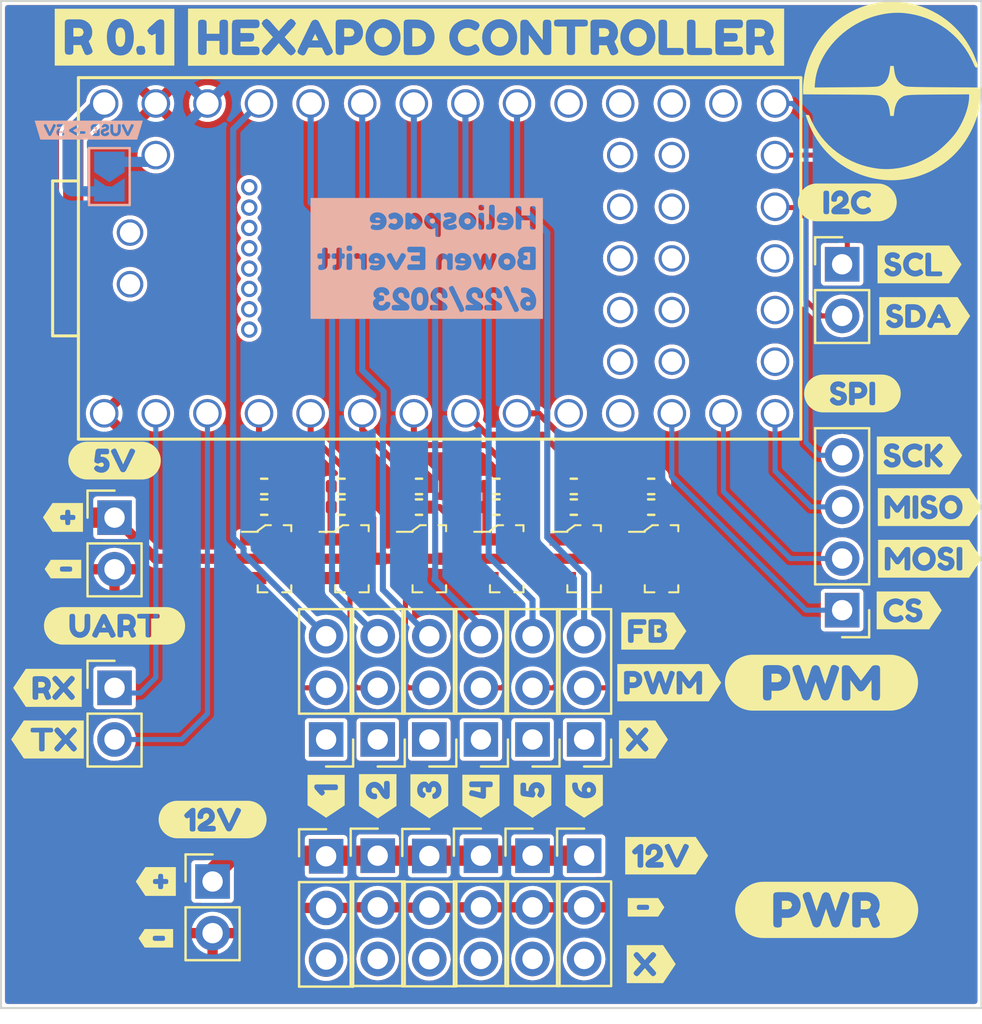
<source format=kicad_pcb>
(kicad_pcb (version 20211014) (generator pcbnew)
  (layers (0 "F.Cu" signal) (31 "B.Cu" signal) (34 "B.Paste" user) (35 "F.Paste" user) (36 "B.SilkS" user "B.Silkscreen") (37 "F.SilkS" user "F.Silkscreen") (38 "B.Mask" user) (39 "F.Mask" user) (44 "Edge.Cuts" user))
  (net 0 "")
  (net 1 "LEG1")
  (net 2 "LEG2")
  (net 3 "LEG3")
  (net 4 "LEG4")
  (net 5 "LEG5")
  (net 6 "LEG6")
  (net 7 "UART_RX")
  (net 8 "UART_TX")
  (net 9 "SPI_CS")
  (net 10 "SPI_MOSI")
  (net 11 "SPI_MISO")
  (net 12 "SPI_SCK")
  (net 13 "+5V")
  (net 14 "GND")
  (net 15 "PWM1")
  (net 16 "+3V3")
  (net 17 "PWM2")
  (net 18 "PWM3")
  (net 19 "PWM4")
  (net 20 "PWM5")
  (net 21 "PWM6")
  (net 45 "+12V")
  (net 51 "FB1")
  (net 52 "FB2")
  (net 53 "FB3")
  (net 54 "FB4")
  (net 55 "FB5")
  (net 56 "FB6")
  (net 59 "Net-(JP1-Pad1)")
  (net 71 "I2C_SCL")
  (net 72 "I2C_SDA")
  (net 73 "Net-(Q1-Pad1)")
  (net 74 "Net-(Q2-Pad1)")
  (net 75 "Net-(Q3-Pad1)")
  (net 76 "Net-(Q4-Pad1)")
  (net 77 "Net-(Q5-Pad1)")
  (net 78 "Net-(Q6-Pad1)")
  (footprint "kibuzzard-6494862C" (layer "F.Cu") (at 49.022 61.976 90)
    (fp_text reference "kibuzzard-6494862C" hide)
    (fp_text value "G***" hide)
  )
  (footprint "Resistor_SMD:R_0402_1005Metric" (layer "F.Cu") (at 35.814 46.736 180)
    (fp_text reference "R1")
    (fp_text value "100")
  )
  (footprint "digikey-footprints:SOT-23-3" (layer "F.Cu") (at 51.562 50.292)
    (fp_text reference "Q5")
    (fp_text value "PCH Mosfet")
  )
  (footprint "kibuzzard-64CAE08E" (layer "F.Cu") (at 54.61 67.437)
    (fp_text reference "kibuzzard-64CAE08E" hide)
    (fp_text value "G***" hide)
  )
  (footprint "Connector_PinHeader_2.54mm:PinHeader_1x03_P2.54mm_Vertical" (layer "F.Cu") (at 49.022 59.182 180)
    (fp_text reference "J14")
    (fp_text value "LEG_PWM5")
  )
  (footprint "Connector_PinHeader_2.54mm:PinHeader_1x02_P2.54mm_Vertical" (layer "F.Cu") (at 28.448 56.642)
    (fp_text reference "J2")
    (fp_text value "UART")
  )
  (footprint "Connector_PinHeader_2.54mm:PinHeader_1x03_P2.54mm_Vertical" (layer "F.Cu") (at 43.942 59.182 180)
    (fp_text reference "J12")
    (fp_text value "LEG_PWM3")
  )
  (footprint "Connector_PinHeader_2.54mm:PinHeader_1x03_P2.54mm_Vertical" (layer "F.Cu") (at 51.562 59.182 180)
    (fp_text reference "J15")
    (fp_text value "LEG_PWM6")
  )
  (footprint "Connector_PinHeader_2.54mm:PinHeader_1x03_P2.54mm_Vertical" (layer "F.Cu") (at 38.862 59.182 180)
    (fp_text reference "J10")
    (fp_text value "LEG_PWM1")
  )
  (footprint "kibuzzard-64948619" (layer "F.Cu") (at 38.862 61.976 90)
    (fp_text reference "kibuzzard-64948619" hide)
    (fp_text value "G***" hide)
  )
  (footprint "kibuzzard-64948628" (layer "F.Cu") (at 46.482 61.976 90)
    (fp_text reference "kibuzzard-64948628" hide)
    (fp_text value "G***" hide)
  )
  (footprint "kibuzzard-64CAC672" (layer "F.Cu") (at 64.516 32.766)
    (fp_text reference "kibuzzard-64CAC672" hide)
    (fp_text value "G***" hide)
  )
  (footprint "kibuzzard-64CAE079" (layer "F.Cu") (at 54.991 53.848)
    (fp_text reference "kibuzzard-64CAE079" hide)
    (fp_text value "G***" hide)
  )
  (footprint "kibuzzard-64D681FC" (layer "F.Cu") (at 67.564 52.832)
    (fp_text reference "kibuzzard-64D681FC" hide)
    (fp_text value "G***" hide)
  )
  (footprint "Connector_PinHeader_2.54mm:PinHeader_1x03_P2.54mm_Vertical" (layer "F.Cu") (at 41.402 59.182 180)
    (fp_text reference "J11")
    (fp_text value "LEG_PWM2")
  )
  (footprint "Connector_PinHeader_2.54mm:PinHeader_1x02_P2.54mm_Vertical" (layer "F.Cu") (at 33.274 66.167)
    (fp_text reference "J17")
    (fp_text value "12V PWR")
  )
  (footprint "Resistor_SMD:R_0402_1005Metric" (layer "F.Cu") (at 51.054 47.752)
    (fp_text reference "R11")
    (fp_text value "10k")
  )
  (footprint "kibuzzard-649486E4" (layer "F.Cu") (at 25.146 59.182)
    (fp_text reference "kibuzzard-649486E4" hide)
    (fp_text value "G***" hide)
  )
  (footprint "kibuzzard-64CAC6D7" (layer "F.Cu") (at 33.274 63.119)
    (fp_text reference "kibuzzard-64CAC6D7" hide)
    (fp_text value "G***" hide)
  )
  (footprint "kibuzzard-649486DA" (layer "F.Cu") (at 30.48 66.167)
    (fp_text reference "kibuzzard-649486DA" hide)
    (fp_text value "G***" hide)
  )
  (footprint "Resistor_SMD:R_0402_1005Metric" (layer "F.Cu") (at 39.624 47.752)
    (fp_text reference "R6")
    (fp_text value "10k")
  )
  (footprint "Connector_PinHeader_2.54mm:PinHeader_1x03_P2.54mm_Vertical" (layer "F.Cu") (at 49.022 64.897)
    (fp_text reference "J1")
    (fp_text value "LEG_POWER1")
  )
  (footprint "Connector_PinHeader_2.54mm:PinHeader_1x02_P2.54mm_Vertical" (layer "F.Cu") (at 64.262 35.809)
    (fp_text reference "J16")
    (fp_text value "I2C")
  )
  (footprint "kibuzzard-64D674E6" (layer "F.Cu") (at 63.246 56.388)
    (fp_text reference "kibuzzard-64D674E6" hide)
    (fp_text value "G***" hide)
  )
  (footprint "kibuzzard-649486EE" (layer "F.Cu") (at 25.146 56.642)
    (fp_text reference "kibuzzard-649486EE" hide)
    (fp_text value "G***" hide)
  )
  (footprint "kibuzzard-64CAC6FD" (layer "F.Cu") (at 30.48 68.961)
    (fp_text reference "kibuzzard-64CAC6FD" hide)
    (fp_text value "G***" hide)
  )
  (footprint "kibuzzard-6494B447" (layer "F.Cu") (at 64.77 42.164)
    (fp_text reference "kibuzzard-6494B447" hide)
    (fp_text value "G***" hide)
  )
  (footprint "kibuzzard-64D681E8" (layer "F.Cu") (at 68.072 45.212)
    (fp_text reference "kibuzzard-64D681E8" hide)
    (fp_text value "G***" hide)
  )
  (footprint "kibuzzard-64D674ED" (layer "F.Cu") (at 63.5 67.564)
    (fp_text reference "kibuzzard-64D674ED" hide)
    (fp_text value "G***" hide)
  )
  (footprint "kibuzzard-64D681EE" (layer "F.Cu") (at 68.58 47.752)
    (fp_text reference "kibuzzard-64D681EE" hide)
    (fp_text value "G***" hide)
  )
  (footprint "digikey-footprints:SOT-23-3" (layer "F.Cu") (at 47.752 50.292)
    (fp_text reference "Q4")
    (fp_text value "PCH Mosfet")
  )
  (footprint "Resistor_SMD:R_0402_1005Metric" (layer "F.Cu") (at 54.864 47.752)
    (fp_text reference "R12")
    (fp_text value "10k")
  )
  (footprint "kibuzzard-6494871C" (layer "F.Cu") (at 28.448 24.638)
    (fp_text reference "kibuzzard-6494871C" hide)
    (fp_text value "G***" hide)
  )
  (footprint "Connector_PinHeader_2.54mm:PinHeader_1x02_P2.54mm_Vertical" (layer "F.Cu") (at 28.448 48.27)
    (fp_text reference "J4")
    (fp_text value "5V PWR")
  )
  (footprint "kibuzzard-64CAE092" (layer "F.Cu") (at 54.483 59.182)
    (fp_text reference "kibuzzard-64CAE092" hide)
    (fp_text value "G***" hide)
  )
  (footprint "teensy:Teensy40_SMT" (layer "F.Cu") (at 44.45 35.52)
    (fp_text reference "U1")
    (fp_text value "Teensy4.0")
  )
  (footprint "Connector_PinHeader_2.54mm:PinHeader_1x03_P2.54mm_Vertical" (layer "F.Cu") (at 46.482 64.897)
    (fp_text reference "J7")
    (fp_text value "LEG_POWER4")
  )
  (footprint "kibuzzard-64C9A29D" (layer "F.Cu") (at 28.448 45.466)
    (fp_text reference "kibuzzard-64C9A29D" hide)
    (fp_text value "G***" hide)
  )
  (footprint "Resistor_SMD:R_0402_1005Metric" (layer "F.Cu") (at 43.434 47.752)
    (fp_text reference "R7")
    (fp_text value "10k")
  )
  (footprint "Resistor_SMD:R_0402_1005Metric" (layer "F.Cu") (at 43.434 46.736 180)
    (fp_text reference "R3")
    (fp_text value "100")
  )
  (footprint "kibuzzard-64D6818E" (layer "F.Cu") (at 68.072 35.814)
    (fp_text reference "kibuzzard-64D6818E" hide)
    (fp_text value "G***" hide)
  )
  (footprint "Connector_PinHeader_2.54mm:PinHeader_1x03_P2.54mm_Vertical" (layer "F.Cu") (at 41.402 64.897)
    (fp_text reference "J6")
    (fp_text value "LEG_POWER3")
  )
  (footprint "Resistor_SMD:R_0402_1005Metric" (layer "F.Cu") (at 47.244 47.752)
    (fp_text reference "R8")
    (fp_text value "10k")
  )
  (footprint "kibuzzard-64D68196" (layer "F.Cu") (at 68.326 38.354)
    (fp_text reference "kibuzzard-64D68196" hide)
    (fp_text value "G***" hide)
  )
  (footprint "digikey-footprints:SOT-23-3" (layer "F.Cu") (at 55.372 50.292)
    (fp_text reference "Q6")
    (fp_text value "PCH Mosfet")
  )
  (footprint "kibuzzard-64948622" (layer "F.Cu") (at 43.942 61.976 90)
    (fp_text reference "kibuzzard-64948622" hide)
    (fp_text value "G***" hide)
  )
  (footprint "Connector_PinHeader_2.54mm:PinHeader_1x03_P2.54mm_Vertical" (layer "F.Cu") (at 43.942 64.912)
    (fp_text reference "J9")
    (fp_text value "LEG_POWER6")
  )
  (footprint "Resistor_SMD:R_0402_1005Metric" (layer "F.Cu") (at 54.864 46.736 180)
    (fp_text reference "R10")
    (fp_text value "100")
  )
  (footprint "Connector_PinHeader_2.54mm:PinHeader_1x04_P2.54mm_Vertical" (layer "F.Cu") (at 64.262 52.822 180)
    (fp_text reference "J3")
    (fp_text value "SPI")
  )
  (footprint "Connector_PinHeader_2.54mm:PinHeader_1x03_P2.54mm_Vertical" (layer "F.Cu") (at 46.482 59.182 180)
    (fp_text reference "J13")
    (fp_text value "LEG_PWM4")
  )
  (footprint "Connector_PinHeader_2.54mm:PinHeader_1x03_P2.54mm_Vertical" (layer "F.Cu") (at 38.862 64.927)
    (fp_text reference "J8")
    (fp_text value "LEG_POWER5")
  )
  (footprint "kibuzzard-64CAE42C" (layer "F.Cu") (at 55.753 56.388)
    (fp_text reference "kibuzzard-64CAE42C" hide)
    (fp_text value "G***" hide)
  )
  (footprint "Resistor_SMD:R_0402_1005Metric" (layer "F.Cu") (at 47.244 46.736 180)
    (fp_text reference "R4")
    (fp_text value "100")
  )
  (footprint "kibuzzard-64948713" (layer "F.Cu") (at 46.736 24.638)
    (fp_text reference "kibuzzard-64948713" hide)
    (fp_text value "G***" hide)
  )
  (footprint "Resistor_SMD:R_0402_1005Metric" (layer "F.Cu") (at 39.624 46.736 180)
    (fp_text reference "R2")
    (fp_text value "100")
  )
  (footprint "Connector_PinHeader_2.54mm:PinHeader_1x03_P2.54mm_Vertical" (layer "F.Cu") (at 51.562 64.897)
    (fp_text reference "J5")
    (fp_text value "LEG_POWER2")
  )
  (footprint "kibuzzard-6494861E" (layer "F.Cu") (at 41.402 61.976 90)
    (fp_text reference "kibuzzard-6494861E" hide)
    (fp_text value "G***" hide)
  )
  (footprint "digikey-footprints:SOT-23-3" (layer "F.Cu") (at 40.132 50.292)
    (fp_text reference "Q2")
    (fp_text value "PCH Mosfet")
  )
  (footprint "kibuzzard-64CAE092" (layer "F.Cu") (at 54.864 70.231)
    (fp_text reference "kibuzzard-64CAE092" hide)
    (fp_text value "G***" hide)
  )
  (footprint "Resistor_SMD:R_0402_1005Metric" (layer "F.Cu") (at 35.814 47.752)
    (fp_text reference "R5")
    (fp_text value "10k")
  )
  (footprint "kibuzzard-64D681F4" (layer "F.Cu") (at 68.58 50.292)
    (fp_text reference "kibuzzard-64D681F4" hide)
    (fp_text value "G***" hide)
  )
  (footprint "digikey-footprints:SOT-23-3" (layer "F.Cu") (at 43.942 50.292)
    (fp_text reference "Q3")
    (fp_text value "PCH Mosfet")
  )
  (footprint "kibuzzard-64948630" (layer "F.Cu") (at 51.562 61.976 90)
    (fp_text reference "kibuzzard-64948630" hide)
    (fp_text value "G***" hide)
  )
  (footprint "digikey-footprints:SOT-23-3" (layer "F.Cu") (at 36.322 50.292)
    (fp_text reference "Q1")
    (fp_text value "PCH Mosfet")
  )
  (footprint "kibuzzard-649486DA" (layer "F.Cu") (at 25.908 48.26)
    (fp_text reference "kibuzzard-649486DA" hide)
    (fp_text value "G***" hide)
  )
  (footprint "kibuzzard-649486BE" (layer "F.Cu") (at 28.448 53.594)
    (fp_text reference "kibuzzard-649486BE" hide)
    (fp_text value "G***" hide)
  )
  (footprint "kibuzzard-64CAE424" (layer "F.Cu") (at 55.626 64.897)
    (fp_text reference "kibuzzard-64CAE424" hide)
    (fp_text value "G***" hide)
  )
  (footprint "Resistor_SMD:R_0402_1005Metric" (layer "F.Cu") (at 51.054 46.736 180)
    (fp_text reference "R9")
    (fp_text value "100")
  )
  (footprint "kibuzzard-649486D4" (layer "F.Cu") (at 25.908 50.8)
    (fp_text reference "kibuzzard-649486D4" hide)
    (fp_text value "G***" hide)
  )
  (footprint "kibuzzard-6494A4C2" (layer "B.Cu") (at 43.815 35.52 180)
    (fp_text reference "kibuzzard-6494A4C2" hide)
    (fp_text value "G***" hide)
  )
  (footprint "Jumper:SolderJumper-2_P1.3mm_Open_TrianglePad1.0x1.5mm" (layer "B.Cu") (at 28.194 31.496 -90)
    (fp_text reference "JP1")
    (fp_text value "VUSB->5V")
  )
  (footprint "kibuzzard-6494B50A" (layer "B.Cu") (at 27.178 29.21 180)
    (fp_text reference "kibuzzard-6494B50A" hide)
    (fp_text value "G***" hide)
  )
  (gr_poly (pts (xy 66.78812 22.883861) (xy 66.870471 22.888326) (xy 66.96721 22.895767) (xy 67.085776 22.906185) (xy 67.372673 22.940167) (xy 67.653555 22.99126) (xy 67.927864 23.059089) (xy 68.195042 23.143276) (xy 68.45453 23.243448) (xy 68.70577 23.359227) (xy 68.948205 23.490238) (xy 69.181276 23.636104) (xy 69.404425 23.79645) (xy 69.617094 23.9709) (xy 69.818725 24.159078) (xy 70.00876 24.360608) (xy 70.186641 24.575113) (xy 70.351809 24.802219) (xy 70.503707 25.041549) (xy 70.641776 25.292727) (xy 70.687298 25.386354) (xy 70.733595 25.488105) (xy 70.779209 25.594196) (xy 70.822685 25.700846) (xy 70.862564 25.804271) (xy 70.897388 25.900689) (xy 70.925702 25.986317) (xy 70.946047 26.057372) (xy 70.948765 26.069541) (xy 70.950925 26.080306) (xy 70.952465 26.089754) (xy 70.953323 26.097969) (xy 70.953477 26.101642) (xy 70.953437 26.105037) (xy 70.953195 26.108168) (xy 70.952744 26.111044) (xy 70.952076 26.113675) (xy 70.951184 26.116073) (xy 70.950058 26.118248) (xy 70.948693 26.120211) (xy 70.947079 26.121972) (xy 70.94521 26.123543) (xy 70.943077 26.124933) (xy 70.940673 26.126154) (xy 70.937989 26.127216) (xy 70.935019 26.128129) (xy 70.931755 26.128905) (xy 70.928188 26.129554) (xy 70.920116 26.130514) (xy 70.910742 26.131094) (xy 70.900003 26.13138) (xy 70.887839 26.131456) (xy 70.875561 26.131202) (xy 70.864403 26.130293) (xy 70.854184 26.128508) (xy 70.84472 26.125627) (xy 70.835829 26.121427) (xy 70.827331 26.115689) (xy 70.819041 26.108192) (xy 70.810779 26.098714) (xy 70.802361 26.087034) (xy 70.793607 26.072932) (xy 70.784333 26.056187) (xy 70.774357 26.036578) (xy 70.763498 26.013883) (xy 70.751573 25.987883) (xy 70.723797 25.925081) (xy 70.603533 25.671092) (xy 70.468371 25.428336) (xy 70.318915 25.197253) (xy 70.15577 24.978286) (xy 69.97954 24.771876) (xy 69.790831 24.578465) (xy 69.590246 24.398496) (xy 69.378391 24.232409) (xy 69.15587 24.080647) (xy 68.923287 23.943651) (xy 68.681247 23.821864) (xy 68.430356 23.715727) (xy 68.171216 23.625682) (xy 67.904434 23.552171) (xy 67.630614 23.495636) (xy 67.350359 23.456518) (xy 67.217945 23.445285) (xy 67.083802 23.439331) (xy 66.948186 23.438601) (xy 66.811354 23.443041) (xy 66.67356 23.452597) (xy 66.53506 23.467215) (xy 66.396112 23.486841) (xy 66.256969 23.511419) (xy 66.117888 23.540897) (xy 65.979125 23.575219) (xy 65.840936 23.614332) (xy 65.703576 23.65818) (xy 65.567302 23.706711) (xy 65.432368 23.759869) (xy 65.299031 23.817601) (xy 65.167547 23.879852) (xy 64.937159 24.002643) (xy 64.71574 24.13826) (xy 64.503948 24.285821) (xy 64.302442 24.444448) (xy 64.111882 24.61326) (xy 63.932925 24.791377) (xy 63.766231 24.977921) (xy 63.612459 25.17201) (xy 63.472267 25.372766) (xy 63.346315 25.579309) (xy 63.235261 25.790758) (xy 63.139764 26.006233) (xy 63.060483 26.224856) (xy 62.998078 26.445747) (xy 62.953206 26.668024) (xy 62.926526 26.89081) (xy 62.910651 27.11306) (xy 64.402901 27.102476) (xy 65.098301 27.095862) (xy 65.365215 27.091872) (xy 65.582612 27.087263) (xy 65.753749 27.081909) (xy 65.881881 27.075687) (xy 65.970263 27.068473) (xy 66.000565 27.064455) (xy 66.022151 27.060143) (xy 66.082987 27.041786) (xy 66.140485 27.019448) (xy 66.194658 26.993118) (xy 66.245518 26.962785) (xy 66.293075 26.928436) (xy 66.337341 26.89006) (xy 66.378329 26.847646) (xy 66.41605 26.801182) (xy 66.450515 26.750656) (xy 66.481736 26.696057) (xy 66.509724 26.637372) (xy 66.534492 26.574591) (xy 66.556051 26.507702) (xy 66.574412 26.436693) (xy 66.589587 26.361552) (xy 66.601588 26.282268) (xy 66.630693 26.052081) (xy 66.800026 26.052081) (xy 66.82913 26.282268) (xy 66.841132 26.361552) (xy 66.856307 26.436693) (xy 66.874668 26.507702) (xy 66.885047 26.541661) (xy 66.896227 26.574591) (xy 66.908209 26.606495) (xy 66.920995 26.637372) (xy 66.934586 26.667226) (xy 66.948984 26.696057) (xy 66.964189 26.723866) (xy 66.980205 26.750656) (xy 66.997031 26.776428) (xy 67.014669 26.801182) (xy 67.033122 26.824921) (xy 67.05239 26.847646) (xy 67.072475 26.869359) (xy 67.093378 26.89006) (xy 67.115101 26.909752) (xy 67.137644 26.928436) (xy 67.161011 26.946113) (xy 67.185202 26.962785) (xy 67.210218 26.978453) (xy 67.236061 26.993118) (xy 67.262732 27.006783) (xy 67.290234 27.019448) (xy 67.318567 27.031115) (xy 67.347732 27.041786) (xy 67.377732 27.051461) (xy 67.408567 27.060143) (xy 67.463846 27.068473) (xy 67.561571 27.075687) (xy 67.904331 27.087263) (xy 68.476782 27.095862) (xy 69.318859 27.102476) (xy 71.102152 27.11306) (xy 71.08363 27.472893) (xy 71.076518 27.590456) (xy 71.067037 27.70522) (xy 71.055114 27.817488) (xy 71.040677 27.927563) (xy 71.02365 28.035746) (xy 71.003961 28.14234) (xy 70.981535 28.247648) (xy 70.956299 28.351971) (xy 70.92818 28.455612) (xy 70.897104 28.558873) (xy 70.862997 28.662057) (xy 70.825785 28.765465) (xy 70.785396 28.869401) (xy 70.741754 28.974166) (xy 70.694787 29.080062) (xy 70.644422 29.187393) (xy 70.578377 29.318672) (xy 70.509221 29.446607) (xy 70.43694 29.571201) (xy 70.361524 29.692458) (xy 70.282961 29.810381) (xy 70.201239 29.924976) (xy 70.116347 30.036245) (xy 70.028273 30.144192) (xy 69.937005 30.248822) (xy 69.842533 30.350138) (xy 69.744843 30.448145) (xy 69.643925 30.542845) (xy 69.539766 30.634243) (xy 69.432356 30.722343) (xy 69.321683 30.807148) (xy 69.207734 30.888663) (xy 68.980242 31.036214) (xy 68.748114 31.167942) (xy 68.51194 31.28404) (xy 68.272308 31.3847) (xy 68.029809 31.470116) (xy 67.785031 31.540478) (xy 67.538562 31.59598) (xy 67.290994 31.636814) (xy 67.042913 31.663172) (xy 66.79491 31.675246) (xy 66.547574 31.67323) (xy 66.301493 31.657314) (xy 66.057258 31.627692) (xy 65.815456 31.584556) (xy 65.576677 31.528097) (xy 65.341511 31.45851) (xy 65.110545 31.375985) (xy 64.884371 31.280715) (xy 64.663575 31.172893) (xy 64.448749 31.05271) (xy 64.24048 30.92036) (xy 64.039358 30.776034) (xy 63.845972 30.619925) (xy 63.660911 30.452225) (xy 63.484764 30.273127) (xy 63.31812 30.082822) (xy 63.161569 29.881503) (xy 63.015699 29.669363) (xy 62.8811 29.446594) (xy 62.758361 29.213388) (xy 62.648071 28.969937) (xy 62.550818 28.716435) (xy 62.519027 28.624409) (xy 62.492941 28.547763) (xy 62.482889 28.517532) (xy 62.475288 28.493936) (xy 62.470477 28.477906) (xy 62.469224 28.473019) (xy 62.468797 28.470372) (xy 62.468905 28.469876) (xy 62.469224 28.469381) (xy 62.470477 28.468398) (xy 62.472512 28.46743) (xy 62.475288 28.466486) (xy 62.478761 28.465573) (xy 62.482889 28.464698) (xy 62.492941 28.463096) (xy 62.5051 28.461742) (xy 62.519027 28.460698) (xy 62.53438 28.460027) (xy 62.550818 28.459789) (xy 62.562678 28.459987) (xy 62.573514 28.460631) (xy 62.583421 28.461795) (xy 62.59249 28.463551) (xy 62.59674 28.464674) (xy 62.600815 28.465974) (xy 62.604728 28.467458) (xy 62.608489 28.469137) (xy 62.612111 28.471019) (xy 62.615605 28.473114) (xy 62.618983 28.475431) (xy 62.622256 28.477979) (xy 62.625436 28.480767) (xy 62.628534 28.483805) (xy 62.631563 28.487101) (xy 62.634534 28.490666) (xy 62.637458 28.494507) (xy 62.640348 28.498635) (xy 62.646068 28.507786) (xy 62.651789 28.518193) (xy 62.657602 28.529929) (xy 62.663602 28.543069) (xy 62.669881 28.557684) (xy 62.786633 28.817681) (xy 62.919168 29.066527) (xy 63.066833 29.303738) (xy 63.228978 29.52883) (xy 63.404952 29.741317) (xy 63.594103 29.940717) (xy 63.795781 30.126543) (xy 64.009334 30.298312) (xy 64.234111 30.45554) (xy 64.469461 30.597741) (xy 64.714732 30.724432) (xy 64.969275 30.835127) (xy 65.232437 30.929343) (xy 65.503568 31.006595) (xy 65.782016 31.066398) (xy 66.06713 31.108268) (xy 66.23984 31.122958) (xy 66.415316 31.128427) (xy 66.59304 31.124819) (xy 66.772493 31.112278) (xy 66.953155 31.090947) (xy 67.134507 31.060968) (xy 67.31603 31.022487) (xy 67.497203 30.975645) (xy 67.677509 30.920587) (xy 67.856427 30.857456) (xy 68.033438 30.786395) (xy 68.208023 30.707548) (xy 68.379662 30.621058) (xy 68.547837 30.527068) (xy 68.712027 30.425722) (xy 68.871713 30.317164) (xy 68.931544 30.273643) (xy 68.994533 30.224859) (xy 69.060057 30.17144) (xy 69.127491 30.114013) (xy 69.196212 30.053207) (xy 69.265596 29.989649) (xy 69.403857 29.856789) (xy 69.53728 29.720456) (xy 69.600618 29.652557) (xy 69.660875 29.585673) (xy 69.717426 29.520433) (xy 69.769649 29.457464) (xy 69.816918 29.397394) (xy 69.85861 29.340851) (xy 69.927806 29.238857) (xy 69.994343 29.13274) (xy 70.057981 29.02315) (xy 70.11848 28.910738) (xy 70.175599 28.796156) (xy 70.229098 28.680054) (xy 70.278738 28.563085) (xy 70.324276 28.445898) (xy 70.365474 28.329145) (xy 70.402091 28.213478) (xy 70.433886 28.099547) (xy 70.460619 27.988004) (xy 70.482051 27.879499) (xy 70.49794 27.774683) (xy 70.508047 27.674209) (xy 70.51213 27.578726) (xy 70.51213 27.451726) (xy 69.011943 27.459664) (xy 68.465888 27.463483) (xy 68.244245 27.465669) (xy 68.053159 27.468387) (xy 67.889854 27.471895) (xy 67.817752 27.474027) (xy 67.751555 27.476454) (xy 67.690915 27.479208) (xy 67.635487 27.482322) (xy 67.584922 27.485829) (xy 67.538875 27.48976) (xy 67.496998 27.494149) (xy 67.458945 27.499028) (xy 67.424368 27.504429) (xy 67.39292 27.510384) (xy 67.364256 27.516927) (xy 67.338027 27.524089) (xy 67.313887 27.531904) (xy 67.29149 27.540403) (xy 67.270487 27.549619) (xy 67.250534 27.559585) (xy 67.231281 27.570332) (xy 67.212383 27.581894) (xy 67.193493 27.594303) (xy 67.174264 27.607591) (xy 67.133401 27.636935) (xy 67.105132 27.659212) (xy 67.077901 27.684312) (xy 67.051755 27.712139) (xy 67.026741 27.742603) (xy 67.002905 27.775608) (xy 66.980294 27.811064) (xy 66.958954 27.848875) (xy 66.938932 27.88895) (xy 66.920275 27.931196) (xy 66.903028 27.975519) (xy 66.887238 28.021826) (xy 66.872952 28.070025) (xy 66.860216 28.120022) (xy 66.849078 28.171724) (xy 66.839582 28.225038) (xy 66.831776 28.279872) (xy 66.800026 28.512706) (xy 66.630693 28.512706) (xy 66.598943 28.282518) (xy 66.591137 28.227219) (xy 66.581642 28.173496) (xy 66.570503 28.121441) (xy 66.557767 28.071141) (xy 66.543481 28.022686) (xy 66.527691 27.976165) (xy 66.510444 27.931667) (xy 66.491787 27.889281) (xy 66.471765 27.849097) (xy 66.450425 27.811203) (xy 66.427814 27.775689) (xy 66.403978 27.742644) (xy 66.378964 27.712157) (xy 66.352818 27.684317) (xy 66.325587 27.659213) (xy 66.31158 27.647715) (xy 66.297318 27.636935) (xy 66.217555 27.581134) (xy 66.17904 27.558602) (xy 66.136956 27.539287) (xy 66.087941 27.522917) (xy 66.028637 27.509222) (xy 65.955682 27.497929) (xy 65.865716 27.488768) (xy 65.621313 27.475756) (xy 65.268544 27.468015) (xy 64.130381 27.459664) (xy 62.336506 27.451726) (xy 62.336506 27.271809) (xy 62.339628 27.11157) (xy 62.348955 26.951447) (xy 62.364428 26.791618) (xy 62.385991 26.632262) (xy 62.413584 26.473557) (xy 62.44715 26.315682) (xy 62.48663 26.158814) (xy 62.531967 26.003133) (xy 62.583101 25.848815) (xy 62.639975 25.69604) (xy 62.702532 25.544986) (xy 62.770712 25.395831) (xy 62.844457 25.248754) (xy 62.92371 25.103932) (xy 63.008412 24.961544) (xy 63.098506 24.821768) (xy 63.240827 24.621865) (xy 63.393594 24.431151) (xy 63.556274 24.249948) (xy 63.728338 24.078578) (xy 63.909254 23.917363) (xy 64.098491 23.766623) (xy 64.295518 23.626682) (xy 64.499805 23.497859) (xy 64.71082 23.380478) (xy 64.928032 23.27486) (xy 65.150911 23.181327) (xy 65.378924 23.100199) (xy 65.611543 23.0318) (xy 65.848234 22.97645) (xy 66.088468 22.934471) (xy 66.331714 22.906185) (xy 66.453753 22.895767) (xy 66.552971 22.888326) (xy 66.636811 22.883861) (xy 66.712713 22.882373)) (layer "F.SilkS") (width 0) (fill solid))
  (gr_line (start 22.86 72.39) (end 71.12 72.39) (layer "Edge.Cuts") (width 0.1))
  (gr_line (start 22.86 22.86) (end 22.86 72.39) (layer "Edge.Cuts") (width 0.1))
  (gr_line (start 71.12 72.39) (end 71.12 22.86) (layer "Edge.Cuts") (width 0.1))
  (gr_line (start 71.12 22.86) (end 22.86 22.86) (layer "Edge.Cuts") (width 0.1))
  (segment (start 37.338 56.642) (end 38.862 56.642) (width 0.25) (layer "F.Cu") (net 1))
  (segment (start 35.272 54.576) (end 37.338 56.642) (width 0.25) (layer "F.Cu") (net 1))
  (segment (start 35.272 51.242) (end 35.272 54.576) (width 0.25) (layer "F.Cu") (net 1))
  (segment (start 40.037 56.293) (end 40.386 56.642) (width 0.25) (layer "F.Cu") (net 2))
  (segment (start 39.082 51.242) (end 39.812 51.242) (width 0.25) (layer "F.Cu") (net 2))
  (segment (start 39.812 51.242) (end 40.037 51.467) (width 0.25) (layer "F.Cu") (net 2))
  (segment (start 40.386 56.642) (end 41.402 56.642) (width 0.25) (layer "F.Cu") (net 2))
  (segment (start 40.037 51.467) (end 40.037 56.293) (width 0.25) (layer "F.Cu") (net 2))
  (segment (start 42.892 51.242) (end 42.767 51.367) (width 0.25) (layer "F.Cu") (net 3))
  (segment (start 42.767 56.483) (end 42.926 56.642) (width 0.25) (layer "F.Cu") (net 3))
  (segment (start 42.767 51.367) (end 42.767 56.483) (width 0.25) (layer "F.Cu") (net 3))
  (segment (start 42.926 56.642) (end 43.942 56.642) (width 0.25) (layer "F.Cu") (net 3))
  (segment (start 47.498 56.642) (end 46.482 56.642) (width 0.25) (layer "F.Cu") (net 4))
  (segment (start 47.657 52.197) (end 47.657 56.483) (width 0.25) (layer "F.Cu") (net 4))
  (segment (start 46.702 51.242) (end 47.657 52.197) (width 0.25) (layer "F.Cu") (net 4))
  (segment (start 47.657 56.483) (end 47.498 56.642) (width 0.25) (layer "F.Cu") (net 4))
  (segment (start 50.038 56.642) (end 49.022 56.642) (width 0.25) (layer "F.Cu") (net 5))
  (segment (start 50.512 51.242) (end 50.387 51.367) (width 0.25) (layer "F.Cu") (net 5))
  (segment (start 50.387 51.367) (end 50.387 56.293) (width 0.25) (layer "F.Cu") (net 5))
  (segment (start 50.387 56.293) (end 50.038 56.642) (width 0.25) (layer "F.Cu") (net 5))
  (segment (start 54.322 51.242) (end 54.322 55.914) (width 0.25) (layer "F.Cu") (net 6))
  (segment (start 53.594 56.642) (end 51.562 56.642) (width 0.25) (layer "F.Cu") (net 6))
  (segment (start 54.322 55.914) (end 53.594 56.642) (width 0.25) (layer "F.Cu") (net 6))
  (segment (start 30.48 56.134) (end 29.718 56.896) (width 0.25) (layer "B.Cu") (net 7))
  (segment (start 28.702 56.896) (end 28.448 56.642) (width 0.25) (layer "B.Cu") (net 7))
  (segment (start 30.48 43.14) (end 30.48 56.134) (width 0.25) (layer "B.Cu") (net 7))
  (segment (start 29.718 56.896) (end 28.702 56.896) (width 0.25) (layer "B.Cu") (net 7))
  (segment (start 33.02 43.14) (end 33.02 57.912) (width 0.25) (layer "B.Cu") (net 8))
  (segment (start 31.75 59.182) (end 28.448 59.182) (width 0.25) (layer "B.Cu") (net 8))
  (segment (start 33.02 57.912) (end 31.75 59.182) (width 0.25) (layer "B.Cu") (net 8))
  (segment (start 55.88 46.228) (end 62.474 52.822) (width 0.25) (layer "B.Cu") (net 9))
  (segment (start 55.88 43.14) (end 55.88 46.228) (width 0.25) (layer "B.Cu") (net 9))
  (segment (start 62.474 52.822) (end 64.262 52.822) (width 0.25) (layer "B.Cu") (net 9))
  (segment (start 58.42 43.14) (end 58.42 46.99) (width 0.25) (layer "B.Cu") (net 10))
  (segment (start 61.712 50.282) (end 64.262 50.282) (width 0.25) (layer "B.Cu") (net 10))
  (segment (start 58.42 46.99) (end 61.712 50.282) (width 0.25) (layer "B.Cu") (net 10))
  (segment (start 60.96 43.14) (end 60.96 45.974) (width 0.25) (layer "B.Cu") (net 11))
  (segment (start 60.96 45.974) (end 62.728 47.742) (width 0.25) (layer "B.Cu") (net 11))
  (segment (start 62.728 47.742) (end 64.262 47.742) (width 0.25) (layer "B.Cu") (net 11))
  (segment (start 62.484 44.577) (end 63.109 45.202) (width 0.25) (layer "B.Cu") (net 12))
  (segment (start 60.96 27.9) (end 61.809 27.9) (width 0.25) (layer "B.Cu") (net 12))
  (segment (start 62.484 28.575) (end 62.484 44.577) (width 0.25) (layer "B.Cu") (net 12))
  (segment (start 63.109 45.202) (end 64.262 45.202) (width 0.25) (layer "B.Cu") (net 12))
  (segment (start 61.809 27.9) (end 62.484 28.575) (width 0.25) (layer "B.Cu") (net 12))
  (segment (start 26.416 47.498) (end 26.416 29.424) (width 1) (layer "F.Cu") (net 13))
  (segment (start 44.992 48.294) (end 44.992 50.292) (width 0.3) (layer "F.Cu") (net 13))
  (segment (start 43.944 47.752) (end 44.45 47.752) (width 0.3) (layer "F.Cu") (net 13))
  (segment (start 52.612 48.294) (end 52.612 50.292) (width 0.3) (layer "F.Cu") (net 13))
  (segment (start 55.374 47.752) (end 55.88 47.752) (width 0.3) (layer "F.Cu") (net 13))
  (segment (start 48.802 48.294) (end 48.802 50.292) (width 0.3) (layer "F.Cu") (net 13))
  (segment (start 30.47 50.292) (end 56.422 50.292) (width 0.5) (layer "F.Cu") (net 13))
  (segment (start 48.26 47.752) (end 48.802 48.294) (width 0.3) (layer "F.Cu") (net 13))
  (segment (start 52.07 47.752) (end 52.612 48.294) (width 0.3) (layer "F.Cu") (net 13))
  (segment (start 26.416 29.424) (end 27.94 27.9) (width 1) (layer "F.Cu") (net 13))
  (segment (start 56.422 48.294) (end 56.422 50.292) (width 0.3) (layer "F.Cu") (net 13))
  (segment (start 40.134 47.752) (end 40.64 47.752) (width 0.3) (layer "F.Cu") (net 13))
  (segment (start 41.182 48.294) (end 41.182 50.292) (width 0.3) (layer "F.Cu") (net 13))
  (segment (start 40.64 47.752) (end 41.182 48.294) (width 0.3) (layer "F.Cu") (net 13))
  (segment (start 36.324 47.752) (end 36.83 47.752) (width 0.3) (layer "F.Cu") (net 13))
  (segment (start 37.372 48.294) (end 37.372 50.292) (width 0.3) (layer "F.Cu") (net 13))
  (segment (start 27.188 48.27) (end 26.416 47.498) (width 1) (layer "F.Cu") (net 13))
  (segment (start 44.45 47.752) (end 44.992 48.294) (width 0.3) (layer "F.Cu") (net 13))
  (segment (start 36.83 47.752) (end 37.372 48.294) (width 0.3) (layer "F.Cu") (net 13))
  (segment (start 55.88 47.752) (end 56.422 48.294) (width 0.3) (layer "F.Cu") (net 13))
  (segment (start 28.448 48.27) (end 27.188 48.27) (width 1) (layer "F.Cu") (net 13))
  (segment (start 47.754 47.752) (end 48.26 47.752) (width 0.3) (layer "F.Cu") (net 13))
  (segment (start 51.564 47.752) (end 52.07 47.752) (width 0.3) (layer "F.Cu") (net 13))
  (segment (start 28.448 48.27) (end 30.47 50.292) (width 0.5) (layer "F.Cu") (net 13))
  (segment (start 26.385 29.455) (end 26.385 31.973) (width 1) (layer "B.Cu") (net 13))
  (segment (start 28.194 32.221) (end 26.633 32.221) (width 0.5) (layer "B.Cu") (net 13))
  (segment (start 27.94 27.9) (end 26.385 29.455) (width 1) (layer "B.Cu") (net 13))
  (segment (start 26.633 32.221) (end 26.385 31.973) (width 0.5) (layer "B.Cu") (net 13))
  (segment (start 35.56 44.958) (end 35.56 43.14) (width 0.3) (layer "F.Cu") (net 15))
  (segment (start 36.324 45.722) (end 35.56 44.958) (width 0.3) (layer "F.Cu") (net 15))
  (segment (start 36.324 46.736) (end 36.324 45.722) (width 0.3) (layer "F.Cu") (net 15))
  (segment (start 38.1 44.196) (end 38.1 43.14) (width 0.3) (layer "F.Cu") (net 17))
  (segment (start 40.134 46.23) (end 38.1 44.196) (width 0.3) (layer "F.Cu") (net 17))
  (segment (start 40.134 46.736) (end 40.134 46.23) (width 0.3) (layer "F.Cu") (net 17))
  (segment (start 42.418 45.72) (end 43.434 45.72) (width 0.3) (layer "F.Cu") (net 18))
  (segment (start 40.64 43.14) (end 40.64 43.942) (width 0.3) (layer "F.Cu") (net 18))
  (segment (start 43.434 45.72) (end 43.944 46.23) (width 0.3) (layer "F.Cu") (net 18))
  (segment (start 40.64 43.942) (end 42.418 45.72) (width 0.3) (layer "F.Cu") (net 18))
  (segment (start 43.944 46.23) (end 43.944 46.736) (width 0.3) (layer "F.Cu") (net 18))
  (segment (start 43.18 43.14) (end 43.18 44.196) (width 0.3) (layer "F.Cu") (net 19))
  (segment (start 47.754 45.722) (end 47.754 46.736) (width 0.3) (layer "F.Cu") (net 19))
  (segment (start 46.736 44.704) (end 47.754 45.722) (width 0.3) (layer "F.Cu") (net 19))
  (segment (start 43.688 44.704) (end 46.736 44.704) (width 0.3) (layer "F.Cu") (net 19))
  (segment (start 43.18 44.196) (end 43.688 44.704) (width 0.3) (layer "F.Cu") (net 19))
  (segment (start 46.772 44.192) (end 49.526 44.192) (width 0.3) (layer "F.Cu") (net 20))
  (segment (start 45.72 43.14) (end 46.772 44.192) (width 0.3) (layer "F.Cu") (net 20))
  (segment (start 51.564 46.23) (end 51.564 46.736) (width 0.3) (layer "F.Cu") (net 20))
  (segment (start 49.526 44.192) (end 51.564 46.23) (width 0.3) (layer "F.Cu") (net 20))
  (segment (start 49.312247 43.14) (end 52.146247 45.974) (width 0.3) (layer "F.Cu") (net 21))
  (segment (start 55.374 46.23) (end 55.374 46.736) (width 0.3) (layer "F.Cu") (net 21))
  (segment (start 48.26 43.14) (end 49.312247 43.14) (width 0.3) (layer "F.Cu") (net 21))
  (segment (start 52.146247 45.974) (end 55.118 45.974) (width 0.3) (layer "F.Cu") (net 21))
  (segment (start 55.118 45.974) (end 55.374 46.23) (width 0.3) (layer "F.Cu") (net 21))
  (segment (start 34.163 64.897) (end 51.562 64.897) (width 1) (layer "F.Cu") (net 45))
  (segment (start 33.274 66.167) (end 33.274 65.786) (width 1) (layer "F.Cu") (net 45))
  (segment (start 33.274 65.786) (end 34.163 64.897) (width 1) (layer "F.Cu") (net 45))
  (segment (start 35.56 27.9) (end 34.29 29.17) (width 0.3) (layer "B.Cu") (net 51))
  (segment (start 34.29 49.276) (end 34.798 49.784) (width 0.3) (layer "B.Cu") (net 51))
  (segment (start 34.29 29.17) (end 34.29 49.276) (width 0.3) (layer "B.Cu") (net 51))
  (segment (start 34.798 49.784) (end 34.798 50.038) (width 0.3) (layer "B.Cu") (net 51))
  (segment (start 34.798 50.038) (end 38.862 54.102) (width 0.3) (layer "B.Cu") (net 51))
  (segment (start 39.152 33.818) (end 38.1 32.766) (width 0.3) (layer "B.Cu") (net 52))
  (segment (start 38.1 32.766) (end 38.1 27.9) (width 0.3) (layer "B.Cu") (net 52))
  (segment (start 41.402 54.102) (end 39.152 51.852) (width 0.3) (layer "B.Cu") (net 52))
  (segment (start 39.152 51.852) (end 39.152 33.818) (width 0.3) (layer "B.Cu") (net 52))
  (segment (start 41.692 42.073) (end 41.692 43.575753) (width 0.3) (layer "B.Cu") (net 53))
  (segment (start 40.64 41.021) (end 41.692 42.073) (width 0.3) (layer "B.Cu") (net 53))
  (segment (start 41.656 51.816) (end 43.942 54.102) (width 0.3) (layer "B.Cu") (net 53))
  (segment (start 41.692 43.575753) (end 41.656 43.611753) (width 0.3) (layer "B.Cu") (net 53))
  (segment (start 41.656 43.611753) (end 41.656 51.816) (width 0.3) (layer "B.Cu") (net 53))
  (segment (start 40.64 27.9) (end 40.64 41.021) (width 0.3) (layer "B.Cu") (net 53))
  (segment (start 46.482 53.594) (end 44.196 51.308) (width 0.3) (layer "B.Cu") (net 54))
  (segment (start 44.232 51.272) (end 44.232 33.945) (width 0.3) (layer "B.Cu") (net 54))
  (segment (start 44.196 51.308) (end 44.232 51.272) (width 0.3) (layer "B.Cu") (net 54))
  (segment (start 46.482 54.102) (end 46.482 53.594) (width 0.3) (layer "B.Cu") (net 54))
  (segment (start 44.232 33.945) (end 43.18 32.893) (width 0.3) (layer "B.Cu") (net 54))
  (segment (start 43.18 32.893) (end 43.18 27.9) (width 0.3) (layer "B.Cu") (net 54))
  (segment (start 46.863 50.165) (end 49.022 52.324) (width 0.3) (layer "B.Cu") (net 55))
  (segment (start 45.72 32.639) (end 46.863 33.782) (width 0.3) (layer "B.Cu") (net 55))
  (segment (start 45.72 27.9) (end 45.72 32.639) (width 0.3) (layer "B.Cu") (net 55))
  (segment (start 49.022 52.324) (end 49.022 54.102) (width 0.3) (layer "B.Cu") (net 55))
  (segment (start 46.863 33.782) (end 46.863 50.165) (width 0.3) (layer "B.Cu") (net 55))
  (segment (start 49.748 34.254) (end 48.26 32.766) (width 0.3) (layer "B.Cu") (net 56))
  (segment (start 51.562 51.054) (end 49.748 49.24) (width 0.3) (layer "B.Cu") (net 56))
  (segment (start 48.26 32.766) (end 48.26 27.9) (width 0.3) (layer "B.Cu") (net 56))
  (segment (start 51.562 54.102) (end 51.562 51.054) (width 0.3) (layer "B.Cu") (net 56))
  (segment (start 49.748 49.24) (end 49.748 34.254) (width 0.3) (layer "B.Cu") (net 56))
  (segment (start 28.194 30.771) (end 30.149 30.771) (width 0.5) (layer "B.Cu") (net 59))
  (segment (start 30.149 30.771) (end 30.48 30.44) (width 0.5) (layer "B.Cu") (net 59))
  (segment (start 62.952 30.44) (end 64.516 32.004) (width 0.25) (layer "F.Cu") (net 71))
  (segment (start 64.516 35.555) (end 64.262 35.809) (width 0.25) (layer "F.Cu") (net 71))
  (segment (start 60.96 30.44) (end 62.952 30.44) (width 0.25) (layer "F.Cu") (net 71))
  (segment (start 64.516 32.004) (end 64.516 35.555) (width 0.25) (layer "F.Cu") (net 71))
  (segment (start 62.484 37.592) (end 63.241 38.349) (width 0.25) (layer "F.Cu") (net 72))
  (segment (start 62.484 33.528) (end 62.484 37.592) (width 0.25) (layer "F.Cu") (net 72))
  (segment (start 61 33.02) (end 61.976 33.02) (width 0.25) (layer "F.Cu") (net 72))
  (segment (start 61.976 33.02) (end 62.484 33.528) (width 0.25) (layer "F.Cu") (net 72))
  (segment (start 63.241 38.349) (end 64.262 38.349) (width 0.25) (layer "F.Cu") (net 72))
  (segment (start 60.96 32.98) (end 61 33.02) (width 0.25) (layer "F.Cu") (net 72))
  (segment (start 35.272 49.342) (end 35.272 46.768) (width 0.3) (layer "F.Cu") (net 73))
  (segment (start 35.272 46.768) (end 35.304 46.736) (width 0.3) (layer "F.Cu") (net 73))
  (segment (start 39.082 49.342) (end 39.082 46.768) (width 0.3) (layer "F.Cu") (net 74))
  (segment (start 39.082 46.768) (end 39.114 46.736) (width 0.3) (layer "F.Cu") (net 74))
  (segment (start 42.892 49.342) (end 42.892 46.768) (width 0.3) (layer "F.Cu") (net 75))
  (segment (start 42.892 46.768) (end 42.924 46.736) (width 0.3) (layer "F.Cu") (net 75))
  (segment (start 46.702 49.342) (end 46.702 46.768) (width 0.3) (layer "F.Cu") (net 76))
  (segment (start 46.702 46.768) (end 46.734 46.736) (width 0.3) (layer "F.Cu") (net 76))
  (segment (start 50.512 49.342) (end 50.512 46.768) (width 0.3) (layer "F.Cu") (net 77))
  (segment (start 50.512 46.768) (end 50.544 46.736) (width 0.3) (layer "F.Cu") (net 77))
  (zone (net 14) (net_name "GND") (layer "F.Cu") (connect_pads thru_hole_only (clearance 0.2)) (min_thickness 0.254) (fill yes (thermal_gap 0.508) (thermal_bridge_width 0.508))
    (polygon (pts (xy 71.12 72.39) (xy 22.86 72.39) (xy 22.86 22.86) (xy 71.12 22.86)))
  )
  (zone (net 16) (net_name "+3V3") (layer "B.Cu") (connect_pads thru_hole_only (clearance 0.2)) (min_thickness 0.254) (fill yes (thermal_gap 0.508) (thermal_bridge_width 0.508))
    (polygon (pts (xy 71.12 72.39) (xy 22.86 72.39) (xy 22.86 22.86) (xy 71.12 22.86)))
  )
)
</source>
